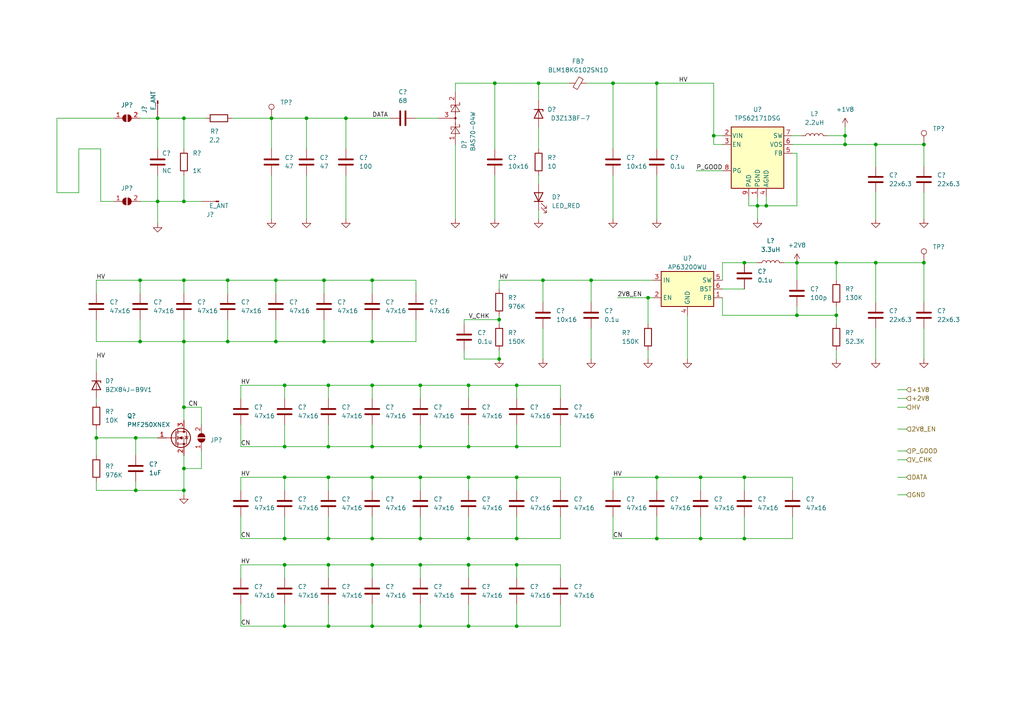
<source format=kicad_sch>
(kicad_sch (version 20221206) (generator eeschema)
  (paper "A4")
  (junction (at 190.5 138.43))
  (junction (at 121.92 181.61))
  (junction (at 53.34 135.89))
  (junction (at 219.71 59.69))
  (junction (at 45.72 58.42))
  (junction (at 144.78 92.71))
  (junction (at 93.98 99.06))
  (junction (at 149.86 138.43))
  (junction (at 53.34 142.24))
  (junction (at 78.74 34.29))
  (junction (at 203.2 138.43))
  (junction (at 144.78 104.14))
  (junction (at 107.95 111.76))
  (junction (at 149.86 129.54))
  (junction (at 107.95 99.06))
  (junction (at 82.55 111.76))
  (junction (at 107.95 156.21))
  (junction (at 222.25 59.69))
  (junction (at 66.04 81.28))
  (junction (at 82.55 156.21))
  (junction (at 121.92 163.83))
  (junction (at 107.95 163.83))
  (junction (at 40.64 81.28))
  (junction (at 156.21 24.13))
  (junction (at 157.48 81.28))
  (junction (at 215.9 156.21))
  (junction (at 107.95 138.43))
  (junction (at 245.11 41.91))
  (junction (at 93.98 81.28))
  (junction (at 135.89 156.21))
  (junction (at 95.25 181.61))
  (junction (at 149.86 111.76))
  (junction (at 95.25 156.21))
  (junction (at 53.34 34.29))
  (junction (at 171.45 81.28))
  (junction (at 207.01 39.37))
  (junction (at 190.5 156.21))
  (junction (at 242.57 91.44))
  (junction (at 107.95 181.61))
  (junction (at 215.9 138.43))
  (junction (at 53.34 118.11))
  (junction (at 149.86 163.83))
  (junction (at 254 41.91))
  (junction (at 135.89 129.54))
  (junction (at 88.9 34.29))
  (junction (at 135.89 163.83))
  (junction (at 267.97 76.2))
  (junction (at 149.86 181.61))
  (junction (at 27.94 127))
  (junction (at 242.57 76.2))
  (junction (at 267.97 41.91))
  (junction (at 82.55 163.83))
  (junction (at 190.5 24.13))
  (junction (at 177.8 24.13))
  (junction (at 107.95 81.28))
  (junction (at 80.01 81.28))
  (junction (at 135.89 138.43))
  (junction (at 121.92 111.76))
  (junction (at 53.34 81.28))
  (junction (at 121.92 138.43))
  (junction (at 121.92 129.54))
  (junction (at 40.64 99.06))
  (junction (at 95.25 138.43))
  (junction (at 39.37 127))
  (junction (at 231.14 91.44))
  (junction (at 149.86 156.21))
  (junction (at 100.33 34.29))
  (junction (at 231.14 76.2))
  (junction (at 82.55 129.54))
  (junction (at 254 76.2))
  (junction (at 203.2 156.21))
  (junction (at 135.89 111.76))
  (junction (at 215.9 76.2))
  (junction (at 143.51 24.13))
  (junction (at 95.25 163.83))
  (junction (at 95.25 129.54))
  (junction (at 45.72 34.29))
  (junction (at 95.25 111.76))
  (junction (at 82.55 181.61))
  (junction (at 121.92 156.21))
  (junction (at 187.96 86.36))
  (junction (at 107.95 129.54))
  (junction (at 53.34 99.06))
  (junction (at 80.01 99.06))
  (junction (at 82.55 138.43))
  (junction (at 53.34 58.42))
  (junction (at 245.11 39.37))
  (junction (at 135.89 181.61))
  (junction (at 39.37 142.24))
  (junction (at 66.04 99.06))
  (wire (pts (xy 82.55 181.61) (xy 95.25 181.61)))
  (wire (pts (xy 40.64 81.28) (xy 40.64 85.09)))
  (wire (pts (xy 53.34 99.06) (xy 53.34 118.11)))
  (wire (pts (xy 231.14 91.44) (xy 231.14 88.9)))
  (wire (pts (xy 157.48 95.25) (xy 157.48 104.14)))
  (wire (pts (xy 121.92 138.43) (xy 121.92 142.24)))
  (wire (pts (xy 80.01 81.28) (xy 93.98 81.28)))
  (wire (pts (xy 190.5 24.13) (xy 207.01 24.13)))
  (wire (pts (xy 53.34 135.89) (xy 53.34 132.08)))
  (wire (pts (xy 40.64 81.28) (xy 53.34 81.28)))
  (wire (pts (xy 207.01 39.37) (xy 207.01 41.91)))
  (wire (pts (xy 260.35 118.11) (xy 262.89 118.11)))
  (wire (pts (xy 162.56 149.86) (xy 162.56 156.21)))
  (wire (pts (xy 187.96 101.6) (xy 187.96 104.14)))
  (wire (pts (xy 45.72 34.29) (xy 53.34 34.29)))
  (wire (pts (xy 190.5 149.86) (xy 190.5 156.21)))
  (wire (pts (xy 144.78 81.28) (xy 157.48 81.28)))
  (wire (pts (xy 58.42 135.89) (xy 53.34 135.89)))
  (wire (pts (xy 267.97 87.63) (xy 267.97 76.2)))
  (wire (pts (xy 260.35 113.03) (xy 262.89 113.03)))
  (wire (pts (xy 209.55 83.82) (xy 215.9 83.82)))
  (wire (pts (xy 80.01 92.71) (xy 80.01 99.06)))
  (wire (pts (xy 135.89 149.86) (xy 135.89 156.21)))
  (wire (pts (xy 177.8 24.13) (xy 190.5 24.13)))
  (wire (pts (xy 207.01 24.13) (xy 207.01 39.37)))
  (wire (pts (xy 260.35 130.81) (xy 262.89 130.81)))
  (wire (pts (xy 162.56 138.43) (xy 162.56 142.24)))
  (wire (pts (xy 231.14 44.45) (xy 229.87 44.45)))
  (wire (pts (xy 222.25 59.69) (xy 231.14 59.69)))
  (wire (pts (xy 39.37 142.24) (xy 53.34 142.24)))
  (wire (pts (xy 58.42 130.81) (xy 58.42 135.89)))
  (wire (pts (xy 201.93 49.53) (xy 209.55 49.53)))
  (wire (pts (xy 82.55 163.83) (xy 95.25 163.83)))
  (wire (pts (xy 93.98 81.28) (xy 107.95 81.28)))
  (wire (pts (xy 190.5 50.8) (xy 190.5 63.5)))
  (wire (pts (xy 219.71 59.69) (xy 219.71 57.15)))
  (wire (pts (xy 53.34 34.29) (xy 59.69 34.29)))
  (wire (pts (xy 177.8 50.8) (xy 177.8 63.5)))
  (wire (pts (xy 135.89 111.76) (xy 149.86 111.76)))
  (wire (pts (xy 132.08 24.13) (xy 143.51 24.13)))
  (wire (pts (xy 157.48 81.28) (xy 171.45 81.28)))
  (wire (pts (xy 215.9 149.86) (xy 215.9 156.21)))
  (wire (pts (xy 107.95 81.28) (xy 107.95 85.09)))
  (wire (pts (xy 134.62 93.98) (xy 134.62 92.71)))
  (wire (pts (xy 260.35 143.51) (xy 262.89 143.51)))
  (wire (pts (xy 219.71 59.69) (xy 219.71 63.5)))
  (wire (pts (xy 190.5 138.43) (xy 203.2 138.43)))
  (wire (pts (xy 120.65 92.71) (xy 120.65 99.06)))
  (wire (pts (xy 53.34 43.18) (xy 53.34 34.29)))
  (wire (pts (xy 100.33 34.29) (xy 100.33 43.18)))
  (wire (pts (xy 177.8 24.13) (xy 177.8 43.18)))
  (wire (pts (xy 209.55 76.2) (xy 209.55 81.28)))
  (wire (pts (xy 69.85 142.24) (xy 69.85 138.43)))
  (wire (pts (xy 107.95 111.76) (xy 121.92 111.76)))
  (wire (pts (xy 45.72 58.42) (xy 45.72 64.77)))
  (wire (pts (xy 93.98 81.28) (xy 93.98 85.09)))
  (wire (pts (xy 267.97 48.26) (xy 267.97 41.91)))
  (wire (pts (xy 171.45 95.25) (xy 171.45 104.14)))
  (wire (pts (xy 231.14 76.2) (xy 242.57 76.2)))
  (wire (pts (xy 27.94 142.24) (xy 39.37 142.24)))
  (wire (pts (xy 58.42 123.19) (xy 58.42 118.11)))
  (wire (pts (xy 95.25 138.43) (xy 107.95 138.43)))
  (wire (pts (xy 215.9 76.2) (xy 209.55 76.2)))
  (wire (pts (xy 215.9 138.43) (xy 215.9 142.24)))
  (wire (pts (xy 95.25 111.76) (xy 95.25 115.57)))
  (wire (pts (xy 120.65 99.06) (xy 107.95 99.06)))
  (wire (pts (xy 217.17 59.69) (xy 219.71 59.69)))
  (wire (pts (xy 27.94 81.28) (xy 40.64 81.28)))
  (wire (pts (xy 260.35 133.35) (xy 262.89 133.35)))
  (wire (pts (xy 162.56 163.83) (xy 162.56 167.64)))
  (wire (pts (xy 143.51 24.13) (xy 156.21 24.13)))
  (wire (pts (xy 156.21 50.8) (xy 156.21 53.34)))
  (wire (pts (xy 207.01 39.37) (xy 209.55 39.37)))
  (wire (pts (xy 144.78 91.44) (xy 144.78 92.71)))
  (wire (pts (xy 58.42 118.11) (xy 53.34 118.11)))
  (wire (pts (xy 207.01 41.91) (xy 209.55 41.91)))
  (wire (pts (xy 88.9 34.29) (xy 88.9 43.18)))
  (wire (pts (xy 162.56 175.26) (xy 162.56 181.61)))
  (wire (pts (xy 149.86 111.76) (xy 162.56 111.76)))
  (wire (pts (xy 82.55 156.21) (xy 95.25 156.21)))
  (wire (pts (xy 143.51 50.8) (xy 143.51 63.5)))
  (wire (pts (xy 156.21 24.13) (xy 165.1 24.13)))
  (wire (pts (xy 40.64 92.71) (xy 40.64 99.06)))
  (wire (pts (xy 229.87 39.37) (xy 232.41 39.37)))
  (wire (pts (xy 27.94 85.09) (xy 27.94 81.28)))
  (wire (pts (xy 245.11 36.83) (xy 245.11 39.37)))
  (wire (pts (xy 107.95 81.28) (xy 120.65 81.28)))
  (wire (pts (xy 170.18 24.13) (xy 177.8 24.13)))
  (wire (pts (xy 95.25 163.83) (xy 95.25 167.64)))
  (wire (pts (xy 260.35 138.43) (xy 262.89 138.43)))
  (wire (pts (xy 162.56 111.76) (xy 162.56 115.57)))
  (wire (pts (xy 219.71 76.2) (xy 215.9 76.2)))
  (wire (pts (xy 121.92 175.26) (xy 121.92 181.61)))
  (wire (pts (xy 149.86 138.43) (xy 149.86 142.24)))
  (wire (pts (xy 121.92 123.19) (xy 121.92 129.54)))
  (wire (pts (xy 69.85 149.86) (xy 69.85 156.21)))
  (wire (pts (xy 217.17 59.69) (xy 217.17 57.15)))
  (wire (pts (xy 177.8 149.86) (xy 177.8 156.21)))
  (wire (pts (xy 227.33 76.2) (xy 231.14 76.2)))
  (wire (pts (xy 39.37 127) (xy 39.37 132.08)))
  (wire (pts (xy 22.86 55.88) (xy 22.86 43.18)))
  (wire (pts (xy 82.55 129.54) (xy 95.25 129.54)))
  (wire (pts (xy 53.34 58.42) (xy 45.72 58.42)))
  (wire (pts (xy 16.51 55.88) (xy 22.86 55.88)))
  (wire (pts (xy 58.42 58.42) (xy 53.34 58.42)))
  (wire (pts (xy 107.95 92.71) (xy 107.95 99.06)))
  (wire (pts (xy 29.21 58.42) (xy 33.02 58.42)))
  (wire (pts (xy 203.2 149.86) (xy 203.2 156.21)))
  (wire (pts (xy 39.37 139.7) (xy 39.37 142.24)))
  (wire (pts (xy 134.62 101.6) (xy 134.62 104.14)))
  (wire (pts (xy 27.94 104.14) (xy 27.94 107.95)))
  (wire (pts (xy 254 87.63) (xy 254 76.2)))
  (wire (pts (xy 187.96 86.36) (xy 187.96 93.98)))
  (wire (pts (xy 177.8 138.43) (xy 190.5 138.43)))
  (wire (pts (xy 82.55 111.76) (xy 82.55 115.57)))
  (wire (pts (xy 78.74 34.29) (xy 78.74 43.18)))
  (wire (pts (xy 135.89 138.43) (xy 135.89 142.24)))
  (wire (pts (xy 53.34 81.28) (xy 53.34 85.09)))
  (wire (pts (xy 69.85 156.21) (xy 82.55 156.21)))
  (wire (pts (xy 144.78 83.82) (xy 144.78 81.28)))
  (wire (pts (xy 69.85 163.83) (xy 82.55 163.83)))
  (wire (pts (xy 69.85 129.54) (xy 82.55 129.54)))
  (wire (pts (xy 53.34 142.24) (xy 53.34 135.89)))
  (wire (pts (xy 267.97 95.25) (xy 267.97 104.14)))
  (wire (pts (xy 107.95 129.54) (xy 121.92 129.54)))
  (wire (pts (xy 132.08 41.91) (xy 132.08 63.5)))
  (wire (pts (xy 53.34 50.8) (xy 53.34 58.42)))
  (wire (pts (xy 107.95 175.26) (xy 107.95 181.61)))
  (wire (pts (xy 53.34 92.71) (xy 53.34 99.06)))
  (wire (pts (xy 95.25 138.43) (xy 95.25 142.24)))
  (wire (pts (xy 149.86 111.76) (xy 149.86 115.57)))
  (wire (pts (xy 69.85 175.26) (xy 69.85 181.61)))
  (wire (pts (xy 203.2 138.43) (xy 215.9 138.43)))
  (wire (pts (xy 107.95 149.86) (xy 107.95 156.21)))
  (wire (pts (xy 229.87 138.43) (xy 229.87 142.24)))
  (wire (pts (xy 27.94 92.71) (xy 27.94 99.06)))
  (wire (pts (xy 80.01 81.28) (xy 80.01 85.09)))
  (wire (pts (xy 95.25 175.26) (xy 95.25 181.61)))
  (wire (pts (xy 95.25 129.54) (xy 107.95 129.54)))
  (wire (pts (xy 121.92 111.76) (xy 121.92 115.57)))
  (wire (pts (xy 95.25 149.86) (xy 95.25 156.21)))
  (wire (pts (xy 215.9 138.43) (xy 229.87 138.43)))
  (wire (pts (xy 40.64 34.29) (xy 45.72 34.29)))
  (wire (pts (xy 242.57 91.44) (xy 242.57 88.9)))
  (wire (pts (xy 144.78 101.6) (xy 144.78 104.14)))
  (wire (pts (xy 95.25 163.83) (xy 107.95 163.83)))
  (wire (pts (xy 134.62 92.71) (xy 144.78 92.71)))
  (wire (pts (xy 121.92 138.43) (xy 135.89 138.43)))
  (wire (pts (xy 88.9 34.29) (xy 100.33 34.29)))
  (wire (pts (xy 107.95 163.83) (xy 121.92 163.83)))
  (wire (pts (xy 29.21 43.18) (xy 29.21 58.42)))
  (wire (pts (xy 149.86 163.83) (xy 162.56 163.83)))
  (wire (pts (xy 88.9 50.8) (xy 88.9 63.5)))
  (wire (pts (xy 144.78 92.71) (xy 144.78 93.98)))
  (wire (pts (xy 209.55 86.36) (xy 209.55 91.44)))
  (wire (pts (xy 45.72 34.29) (xy 45.72 43.18)))
  (wire (pts (xy 156.21 60.96) (xy 156.21 63.5)))
  (wire (pts (xy 40.64 58.42) (xy 45.72 58.42)))
  (wire (pts (xy 135.89 163.83) (xy 135.89 167.64)))
  (wire (pts (xy 78.74 50.8) (xy 78.74 63.5)))
  (wire (pts (xy 135.89 123.19) (xy 135.89 129.54)))
  (wire (pts (xy 107.95 163.83) (xy 107.95 167.64)))
  (wire (pts (xy 135.89 163.83) (xy 149.86 163.83)))
  (wire (pts (xy 107.95 156.21) (xy 121.92 156.21)))
  (wire (pts (xy 27.94 124.46) (xy 27.94 127)))
  (wire (pts (xy 242.57 101.6) (xy 242.57 104.14)))
  (wire (pts (xy 149.86 138.43) (xy 162.56 138.43)))
  (wire (pts (xy 245.11 41.91) (xy 245.11 39.37)))
  (wire (pts (xy 254 76.2) (xy 242.57 76.2)))
  (wire (pts (xy 40.64 99.06) (xy 53.34 99.06)))
  (wire (pts (xy 245.11 41.91) (xy 254 41.91)))
  (wire (pts (xy 121.92 111.76) (xy 135.89 111.76)))
  (wire (pts (xy 16.51 34.29) (xy 33.02 34.29)))
  (wire (pts (xy 66.04 81.28) (xy 66.04 85.09)))
  (wire (pts (xy 69.85 115.57) (xy 69.85 111.76)))
  (wire (pts (xy 121.92 163.83) (xy 135.89 163.83)))
  (wire (pts (xy 27.94 139.7) (xy 27.94 142.24)))
  (wire (pts (xy 190.5 24.13) (xy 190.5 43.18)))
  (wire (pts (xy 95.25 111.76) (xy 107.95 111.76)))
  (wire (pts (xy 93.98 92.71) (xy 93.98 99.06)))
  (wire (pts (xy 143.51 24.13) (xy 143.51 43.18)))
  (wire (pts (xy 149.86 163.83) (xy 149.86 167.64)))
  (wire (pts (xy 267.97 41.91) (xy 254 41.91)))
  (wire (pts (xy 107.95 123.19) (xy 107.95 129.54)))
  (wire (pts (xy 267.97 76.2) (xy 254 76.2)))
  (wire (pts (xy 100.33 50.8) (xy 100.33 63.5)))
  (wire (pts (xy 222.25 59.69) (xy 222.25 57.15)))
  (wire (pts (xy 229.87 149.86) (xy 229.87 156.21)))
  (wire (pts (xy 135.89 181.61) (xy 149.86 181.61)))
  (wire (pts (xy 27.94 127) (xy 27.94 132.08)))
  (wire (pts (xy 27.94 99.06) (xy 40.64 99.06)))
  (wire (pts (xy 82.55 175.26) (xy 82.55 181.61)))
  (wire (pts (xy 45.72 58.42) (xy 45.72 50.8)))
  (wire (pts (xy 190.5 138.43) (xy 190.5 142.24)))
  (wire (pts (xy 242.57 76.2) (xy 242.57 81.28)))
  (wire (pts (xy 254 95.25) (xy 254 104.14)))
  (wire (pts (xy 135.89 111.76) (xy 135.89 115.57)))
  (wire (pts (xy 66.04 81.28) (xy 80.01 81.28)))
  (wire (pts (xy 171.45 81.28) (xy 171.45 87.63)))
  (wire (pts (xy 107.95 138.43) (xy 107.95 142.24)))
  (wire (pts (xy 53.34 118.11) (xy 53.34 121.92)))
  (wire (pts (xy 177.8 142.24) (xy 177.8 138.43)))
  (wire (pts (xy 66.04 99.06) (xy 80.01 99.06)))
  (wire (pts (xy 231.14 44.45) (xy 231.14 59.69)))
  (wire (pts (xy 82.55 111.76) (xy 95.25 111.76)))
  (wire (pts (xy 69.85 181.61) (xy 82.55 181.61)))
  (wire (pts (xy 162.56 181.61) (xy 149.86 181.61)))
  (wire (pts (xy 199.39 104.14) (xy 199.39 91.44)))
  (wire (pts (xy 260.35 115.57) (xy 262.89 115.57)))
  (wire (pts (xy 134.62 104.14) (xy 144.78 104.14)))
  (wire (pts (xy 187.96 86.36) (xy 189.23 86.36)))
  (wire (pts (xy 82.55 163.83) (xy 82.55 167.64)))
  (wire (pts (xy 254 48.26) (xy 254 41.91)))
  (wire (pts (xy 121.92 156.21) (xy 135.89 156.21)))
  (wire (pts (xy 267.97 55.88) (xy 267.97 63.5)))
  (wire (pts (xy 69.85 167.64) (xy 69.85 163.83)))
  (wire (pts (xy 157.48 87.63) (xy 157.48 81.28)))
  (wire (pts (xy 93.98 99.06) (xy 107.95 99.06)))
  (wire (pts (xy 95.25 123.19) (xy 95.25 129.54)))
  (wire (pts (xy 231.14 91.44) (xy 242.57 91.44)))
  (wire (pts (xy 95.25 156.21) (xy 107.95 156.21)))
  (wire (pts (xy 135.89 156.21) (xy 149.86 156.21)))
  (wire (pts (xy 53.34 81.28) (xy 66.04 81.28)))
  (wire (pts (xy 162.56 129.54) (xy 149.86 129.54)))
  (wire (pts (xy 254 55.88) (xy 254 63.5)))
  (wire (pts (xy 209.55 91.44) (xy 231.14 91.44)))
  (wire (pts (xy 149.86 175.26) (xy 149.86 181.61)))
  (wire (pts (xy 78.74 34.29) (xy 88.9 34.29)))
  (wire (pts (xy 80.01 99.06) (xy 93.98 99.06)))
  (wire (pts (xy 53.34 143.51) (xy 53.34 142.24)))
  (wire (pts (xy 229.87 41.91) (xy 245.11 41.91)))
  (wire (pts (xy 179.07 86.36) (xy 187.96 86.36)))
  (wire (pts (xy 260.35 124.46) (xy 262.89 124.46)))
  (wire (pts (xy 231.14 76.2) (xy 231.14 81.28)))
  (wire (pts (xy 245.11 39.37) (xy 240.03 39.37)))
  (wire (pts (xy 120.65 81.28) (xy 120.65 85.09)))
  (wire (pts (xy 149.86 123.19) (xy 149.86 129.54)))
  (wire (pts (xy 135.89 138.43) (xy 149.86 138.43)))
  (wire (pts (xy 69.85 138.43) (xy 82.55 138.43)))
  (wire (pts (xy 120.65 34.29) (xy 127 34.29)))
  (wire (pts (xy 69.85 111.76) (xy 82.55 111.76)))
  (wire (pts (xy 95.25 181.61) (xy 107.95 181.61)))
  (wire (pts (xy 39.37 127) (xy 45.72 127)))
  (wire (pts (xy 66.04 92.71) (xy 66.04 99.06)))
  (wire (pts (xy 82.55 123.19) (xy 82.55 129.54)))
  (wire (pts (xy 162.56 156.21) (xy 149.86 156.21)))
  (wire (pts (xy 177.8 156.21) (xy 190.5 156.21)))
  (wire (pts (xy 132.08 26.67) (xy 132.08 24.13)))
  (wire (pts (xy 203.2 138.43) (xy 203.2 142.24)))
  (wire (pts (xy 135.89 129.54) (xy 149.86 129.54)))
  (wire (pts (xy 16.51 34.29) (xy 16.51 55.88)))
  (wire (pts (xy 82.55 138.43) (xy 95.25 138.43)))
  (wire (pts (xy 22.86 43.18) (xy 29.21 43.18)))
  (wire (pts (xy 82.55 138.43) (xy 82.55 142.24)))
  (wire (pts (xy 135.89 175.26) (xy 135.89 181.61)))
  (wire (pts (xy 107.95 181.61) (xy 121.92 181.61)))
  (wire (pts (xy 162.56 123.19) (xy 162.56 129.54)))
  (wire (pts (xy 242.57 93.98) (xy 242.57 91.44)))
  (wire (pts (xy 27.94 115.57) (xy 27.94 116.84)))
  (wire (pts (xy 149.86 149.86) (xy 149.86 156.21)))
  (wire (pts (xy 219.71 59.69) (xy 222.25 59.69)))
  (wire (pts (xy 100.33 34.29) (xy 113.03 34.29)))
  (wire (pts (xy 121.92 149.86) (xy 121.92 156.21)))
  (wire (pts (xy 78.74 34.29) (xy 67.31 34.29)))
  (wire (pts (xy 156.21 36.83) (xy 156.21 43.18)))
  (wire (pts (xy 121.92 181.61) (xy 135.89 181.61)))
  (wire (pts (xy 27.94 127) (xy 39.37 127)))
  (wire (pts (xy 190.5 156.21) (xy 203.2 156.21)))
  (wire (pts (xy 171.45 81.28) (xy 189.23 81.28)))
  (wire (pts (xy 156.21 24.13) (xy 156.21 29.21)))
  (wire (pts (xy 107.95 138.43) (xy 121.92 138.43)))
  (wire (pts (xy 215.9 156.21) (xy 229.87 156.21)))
  (wire (pts (xy 121.92 163.83) (xy 121.92 167.64)))
  (wire (pts (xy 82.55 149.86) (xy 82.55 156.21)))
  (wire (pts (xy 69.85 123.19) (xy 69.85 129.54)))
  (wire (pts (xy 107.95 111.76) (xy 107.95 115.57)))
  (wire (pts (xy 121.92 129.54) (xy 135.89 129.54)))
  (wire (pts (xy 53.34 99.06) (xy 66.04 99.06)))
  (wire (pts (xy 203.2 156.21) (xy 215.9 156.21)))
  (label "HV" (at 69.85 163.83 0))
  (label "2V8_EN" (at 179.07 86.36 0))
  (label "HV" (at 69.85 111.76 0))
  (label "HV" (at 27.94 104.14 0))
  (label "CN" (at 69.85 129.54 0))
  (label "P_GOOD" (at 201.93 49.53 0))
  (label "CN" (at 69.85 156.21 0))
  (label "CN" (at 69.85 181.61 0))
  (label "HV" (at 27.94 81.28 0))
  (label "HV" (at 144.78 81.28 0))
  (label "CN" (at 177.8 156.21 0))
  (label "CN" (at 54.61 118.11 0))
  (label "DATA" (at 107.95 34.29 0))
  (label "HV" (at 196.85 24.13 0))
  (label "V_CHK" (at 135.89 92.71 0))
  (label "HV" (at 69.85 138.43 0))
  (label "HV" (at 177.8 138.43 0))
  (hierarchical_label "V_CHK" (shape input) (at 262.89 133.35 0))
  (hierarchical_label "P_GOOD" (shape input) (at 262.89 130.81 0))
  (hierarchical_label "HV" (shape input) (at 262.89 118.11 0))
  (hierarchical_label "2V8_EN" (shape input) (at 262.89 124.46 0))
  (hierarchical_label "+2V8" (shape input) (at 262.89 115.57 0))
  (hierarchical_label "DATA" (shape input) (at 262.89 138.43 0))
  (hierarchical_label "GND" (shape input) (at 262.89 143.51 0))
  (hierarchical_label "+1V8" (shape input) (at 262.89 113.03 0))
  (symbol (lib_id "Device:C") (at 120.65 88.9 180) (unit 1)
    (property "Reference" "C?" (at 124.46 87.6299 0) (effects (justify right)))
    (property "Value" "47x16" (at 124.46 90.1699 0) (effects (justify right)))
    (property "Footprint" "Capacitor_SMD:C_1210_3225Metric" (effects hide))
    (instances (project "Kampela" (path "" (reference "C?") (unit 1))) (project "Kampela_C1" (path "" (reference "C19") (unit 1))))
  )
  (symbol (lib_id "Device:C") (at 121.92 146.05 180) (unit 1)
    (property "Reference" "C?" (at 125.73 144.7799 0) (effects (justify right)))
    (property "Value" "47x16" (at 125.73 147.3199 0) (effects (justify right)))
    (property "Footprint" "Capacitor_SMD:C_1210_3225Metric" (effects hide))
    (instances (project "Kampela" (path "" (reference "C?") (unit 1))) (project "Kampela_C1" (path "" (reference "C70") (unit 1))))
  )
  (symbol (lib_id "Connector:TestPoint") (at 267.97 41.91 0) (unit 1)
    (property "Reference" "TP?" (at 270.51 37.3379 0) (effects (justify left)))
    (property "Value" "TestPoint" (effects hide))
    (property "Footprint" "TestPoint:TestPoint_Pad_D1.0mm" (effects hide))
    (instances (project "Kampela" (path "" (reference "TP?") (unit 1))) (project "Kampela_C1" (path "" (reference "TP2") (unit 1))))
  )
  (symbol (lib_id "Device:R") (at 53.34 46.99 180) (unit 1)
    (property "Reference" "R?" (at 57.15 44.45 0))
    (property "Value" "1K" (at 57.15 49.53 0))
    (property "Footprint" "Resistor_SMD:R_0603_1608Metric" (effects hide))
    (instances (project "Kampela" (path "" (reference "R?") (unit 1))) (project "Kampela_C1" (path "" (reference "R9") (unit 1))))
  )
  (symbol (lib_id "Jumper:SolderJumper_2_Open") (at 36.83 34.29 0) (unit 1)
    (property "Reference" "JP?" (at 36.83 30.48 0))
    (property "Value" "SolderJumper_2_Open" (effects hide))
    (property "Footprint" "Jumper:SolderJumper-2_P1.3mm_Open_RoundedPad1.0x1.5mm" (effects hide))
    (instances (project "Kampela" (path "" (reference "JP?") (unit 1))) (project "Kampela_C1" (path "" (reference "JP1") (unit 1))))
  )
  (symbol (lib_id "power:GND") (at 187.96 104.14 0) (unit 1)
    (property "Reference" "#PWR?" (effects hide))
    (property "Value" "GND" (effects hide))
    (instances (project "Kampela" (path "" (reference "#PWR?") (unit 1))) (project "Kampela_C1" (path "" (reference "#PWR034") (unit 1))))
  )
  (symbol (lib_id "power:GND") (at 53.34 143.51 0) (mirror y) (unit 1)
    (property "Reference" "#PWR?" (effects hide))
    (property "Value" "GND" (effects hide))
    (instances (project "Kampela" (path "" (reference "#PWR?") (unit 1))) (project "Kampela_C1" (path "" (reference "#PWR023") (unit 1))))
  )
  (symbol (lib_id "power:GND") (at 219.71 63.5 0) (unit 1)
    (property "Reference" "#PWR?" (effects hide))
    (property "Value" "GND" (effects hide))
    (instances (project "Kampela" (path "" (reference "#PWR?") (unit 1))) (project "Kampela_C1" (path "" (reference "#PWR037") (unit 1))))
  )
  (symbol (lib_id "power:GND") (at 45.72 64.77 0) (unit 1)
    (property "Reference" "#PWR?" (effects hide))
    (property "Value" "GND" (effects hide))
    (instances (project "Kampela" (path "" (reference "#PWR?") (unit 1))) (project "Kampela_C1" (path "" (reference "#PWR022") (unit 1))))
  )
  (symbol (lib_id "Device:C") (at 135.89 171.45 180) (unit 1)
    (property "Reference" "C?" (at 139.7 170.1799 0) (effects (justify right)))
    (property "Value" "47x16" (at 139.7 172.7199 0) (effects (justify right)))
    (property "Footprint" "Capacitor_SMD:C_1210_3225Metric" (effects hide))
    (instances (project "Kampela" (path "" (reference "C?") (unit 1))) (project "Kampela_C1" (path "" (reference "C79") (unit 1))))
  )
  (symbol (lib_id "Device:L") (at 223.52 76.2 90) (unit 1)
    (property "Reference" "L?" (at 223.52 69.85 90))
    (property "Value" "3.3uH" (at 223.52 72.39 90))
    (property "Footprint" "Inductor_SMD:L_Wuerth_MAPI-3015" (effects hide))
    (instances (project "Kampela" (path "" (reference "L?") (unit 1))) (project "Kampela_C1" (path "" (reference "L1") (unit 1))))
  )
  (symbol (lib_id "power:GND") (at 88.9 63.5 0) (unit 1)
    (property "Reference" "#PWR?" (effects hide))
    (property "Value" "GND" (effects hide))
    (instances (project "Kampela" (path "" (reference "#PWR?") (unit 1))) (project "Kampela_C1" (path "" (reference "#PWR025") (unit 1))))
  )
  (symbol (lib_id "Regulator_Switching:TPS62171DSG") (at 219.71 46.99 0) (unit 1)
    (property "Reference" "U?" (at 219.71 31.75 0))
    (property "Value" "TPS62171DSG" (at 219.71 34.29 0))
    (property "Footprint" "Package_SON:WSON-8-1EP_2x2mm_P0.5mm_EP0.9x1.6mm_ThermalVias" (effects hide))
    (property "Datasheet" "http://www.ti.com/lit/ds/symlink/tps62170.pdf" (effects hide))
    (instances (project "Kampela" (path "" (reference "U?") (unit 1))) (project "Kampela_C1" (path "" (reference "U3") (unit 1))))
  )
  (symbol (lib_id "Device:C") (at 134.62 97.79 0) (unit 1)
    (property "Reference" "C?" (at 138.43 96.5199 0) (effects (justify left)))
    (property "Value" "0.1u" (at 138.43 99.0599 0) (effects (justify left)))
    (property "Footprint" "Capacitor_SMD:C_0402_1005Metric" (effects hide))
    (instances (project "Kampela" (path "" (reference "C?") (unit 1))) (project "Kampela_C1" (path "" (reference "C20") (unit 1))))
  )
  (symbol (lib_id "Device:C") (at 82.55 171.45 180) (unit 1)
    (property "Reference" "C?" (at 86.36 170.1799 0) (effects (justify right)))
    (property "Value" "47x16" (at 86.36 172.7199 0) (effects (justify right)))
    (property "Footprint" "Capacitor_SMD:C_1210_3225Metric" (effects hide))
    (instances (project "Kampela" (path "" (reference "C?") (unit 1))) (project "Kampela_C1" (path "" (reference "C75") (unit 1))))
  )
  (symbol (lib_id "Device:R") (at 156.21 46.99 0) (unit 1)
    (property "Reference" "R?" (at 158.75 45.7199 0) (effects (justify left)))
    (property "Value" "10" (at 158.75 48.2599 0) (effects (justify left)))
    (property "Footprint" "Resistor_SMD:R_0402_1005Metric" (effects hide))
    (instances (project "Kampela" (path "" (reference "R?") (unit 1))) (project "Kampela_C1" (path "" (reference "R13") (unit 1))))
  )
  (symbol (lib_id "Device:C") (at 254 52.07 180) (unit 1)
    (property "Reference" "C?" (at 257.81 50.7999 0) (effects (justify right)))
    (property "Value" "22x6.3" (at 257.81 53.3399 0) (effects (justify right)))
    (property "Footprint" "Capacitor_SMD:C_0603_1608Metric" (effects hide))
    (instances (project "Kampela" (path "" (reference "C?") (unit 1))) (project "Kampela_C1" (path "" (reference "C28") (unit 1))))
  )
  (symbol (lib_id "Device:C") (at 231.14 85.09 0) (unit 1)
    (property "Reference" "C?" (at 234.95 83.8199 0) (effects (justify left)))
    (property "Value" "100p" (at 234.95 86.3599 0) (effects (justify left)))
    (property "Footprint" "Capacitor_SMD:C_0402_1005Metric" (effects hide))
    (instances (project "Kampela" (path "" (reference "C?") (unit 1))) (project "Kampela_C1" (path "" (reference "C27") (unit 1))))
  )
  (symbol (lib_id "Device:C") (at 203.2 146.05 180) (unit 1)
    (property "Reference" "C?" (at 207.01 144.7799 0) (effects (justify right)))
    (property "Value" "47x16" (at 207.01 147.3199 0) (effects (justify right)))
    (property "Footprint" "Capacitor_SMD:C_1210_3225Metric" (effects hide))
    (instances (project "Kampela" (path "" (reference "C?") (unit 1))) (project "Kampela_C1" (path "" (reference "C84") (unit 1))))
  )
  (symbol (lib_id "Device:C") (at 95.25 146.05 180) (unit 1)
    (property "Reference" "C?" (at 99.06 144.7799 0) (effects (justify right)))
    (property "Value" "47x16" (at 99.06 147.3199 0) (effects (justify right)))
    (property "Footprint" "Capacitor_SMD:C_1210_3225Metric" (effects hide))
    (instances (project "Kampela" (path "" (reference "C?") (unit 1))) (project "Kampela_C1" (path "" (reference "C68") (unit 1))))
  )
  (symbol (lib_id "power:GND") (at 132.08 63.5 0) (unit 1)
    (property "Reference" "#PWR?" (effects hide))
    (property "Value" "GND" (effects hide))
    (instances (project "Kampela" (path "" (reference "#PWR?") (unit 1))) (project "Kampela_C1" (path "" (reference "#PWR027") (unit 1))))
  )
  (symbol (lib_id "Device:C") (at 162.56 171.45 180) (unit 1)
    (property "Reference" "C?" (at 166.37 170.1799 0) (effects (justify right)))
    (property "Value" "47x16" (at 166.37 172.7199 0) (effects (justify right)))
    (property "Footprint" "Capacitor_SMD:C_1210_3225Metric" (effects hide))
    (instances (project "Kampela" (path "" (reference "C?") (unit 1))) (project "Kampela_C1" (path "" (reference "C81") (unit 1))))
  )
  (symbol (lib_id "Device:R") (at 27.94 120.65 0) (unit 1)
    (property "Reference" "R?" (at 30.48 119.3799 0) (effects (justify left)))
    (property "Value" "10K" (at 30.48 121.9199 0) (effects (justify left)))
    (property "Footprint" "Resistor_SMD:R_0402_1005Metric" (effects hide))
    (instances (project "Kampela" (path "" (reference "R?") (unit 1))) (project "Kampela_C1" (path "" (reference "R7") (unit 1))))
  )
  (symbol (lib_id "Device:C") (at 177.8 146.05 180) (unit 1)
    (property "Reference" "C?" (at 181.61 144.7799 0) (effects (justify right)))
    (property "Value" "47x16" (at 181.61 147.3199 0) (effects (justify right)))
    (property "Footprint" "Capacitor_SMD:C_1210_3225Metric" (effects hide))
    (instances (project "Kampela" (path "" (reference "C?") (unit 1))) (project "Kampela_C1" (path "" (reference "C82") (unit 1))))
  )
  (symbol (lib_id "Device:C") (at 267.97 91.44 180) (unit 1)
    (property "Reference" "C?" (at 271.78 90.1699 0) (effects (justify right)))
    (property "Value" "22x6.3" (at 271.78 92.7099 0) (effects (justify right)))
    (property "Footprint" "Capacitor_SMD:C_0603_1608Metric" (effects hide))
    (instances (project "Kampela" (path "" (reference "C?") (unit 1))) (project "Kampela_C1" (path "" (reference "C31") (unit 1))))
  )
  (symbol (lib_id "Device:C") (at 107.95 88.9 180) (unit 1)
    (property "Reference" "C?" (at 111.76 87.6299 0) (effects (justify right)))
    (property "Value" "47x16" (at 111.76 90.1699 0) (effects (justify right)))
    (property "Footprint" "Capacitor_SMD:C_1210_3225Metric" (effects hide))
    (instances (project "Kampela" (path "" (reference "C?") (unit 1))) (project "Kampela_C1" (path "" (reference "C17") (unit 1))))
  )
  (symbol (lib_id "Device:C") (at 45.72 46.99 0) (unit 1)
    (property "Reference" "C?" (at 46.99 44.45 0) (effects (justify left)))
    (property "Value" "NC" (at 46.99 49.53 0) (effects (justify left)))
    (property "Footprint" "Capacitor_SMD:C_0603_1608Metric" (effects hide))
    (instances (project "Kampela" (path "" (reference "C?") (unit 1))) (project "Kampela_C1" (path "" (reference "C9") (unit 1))))
  )
  (symbol (lib_id "Device:C") (at 82.55 146.05 180) (unit 1)
    (property "Reference" "C?" (at 86.36 144.7799 0) (effects (justify right)))
    (property "Value" "47x16" (at 86.36 147.3199 0) (effects (justify right)))
    (property "Footprint" "Capacitor_SMD:C_1210_3225Metric" (effects hide))
    (instances (project "Kampela" (path "" (reference "C?") (unit 1))) (project "Kampela_C1" (path "" (reference "C67") (unit 1))))
  )
  (symbol (lib_id "power:+2V8") (at 231.14 76.2 0) (unit 1)
    (property "Reference" "#PWR?" (effects hide))
    (property "Value" "+2V8" (at 231.14 71.12 0))
    (instances (project "Kampela" (path "" (reference "#PWR?") (unit 1))) (project "Kampela_C1" (path "" (reference "#PWR038") (unit 1))))
  )
  (symbol (lib_id "Device:C") (at 121.92 119.38 180) (unit 1)
    (property "Reference" "C?" (at 125.73 118.1099 0) (effects (justify right)))
    (property "Value" "47x16" (at 125.73 120.6499 0) (effects (justify right)))
    (property "Footprint" "Capacitor_SMD:C_1210_3225Metric" (effects hide))
    (instances (project "Kampela" (path "" (reference "C?") (unit 1))) (project "Kampela_C1" (path "" (reference "C62") (unit 1))))
  )
  (symbol (lib_id "Device:D_Zener") (at 156.21 33.02 270) (unit 1)
    (property "Reference" "D?" (at 158.75 31.7499 90) (effects (justify left)))
    (property "Value" " D3Z13BF-7" (at 158.75 34.2899 90) (effects (justify left)))
    (property "Footprint" "Diode_SMD:D_SOD-323F" (effects hide))
    (instances (project "Kampela" (path "" (reference "D?") (unit 1))) (project "Kampela_C1" (path "" (reference "D5") (unit 1))))
  )
  (symbol (lib_id "Device:R") (at 187.96 97.79 180) (unit 1)
    (property "Reference" "R?" (at 181.61 96.52 0))
    (property "Value" "150K" (at 182.88 99.06 0))
    (property "Footprint" "Resistor_SMD:R_0402_1005Metric" (effects hide))
    (instances (project "Kampela" (path "" (reference "R?") (unit 1))) (project "Kampela_C1" (path "" (reference "R?") (unit 1)) (path "" (reference "R14") (unit 1))))
  )
  (symbol (lib_id "Device:C") (at 100.33 46.99 0) (unit 1)
    (property "Reference" "C?" (at 104.14 45.7199 0) (effects (justify left)))
    (property "Value" "100" (at 104.14 48.2599 0) (effects (justify left)))
    (property "Footprint" "Capacitor_SMD:C_0603_1608Metric" (effects hide))
    (instances (project "Kampela" (path "" (reference "C?") (unit 1))) (project "Kampela_C1" (path "" (reference "C16") (unit 1))))
  )
  (symbol (lib_id "Device:D_Zener") (at 27.94 111.76 270) (unit 1)
    (property "Reference" "D?" (at 30.48 110.4899 90) (effects (justify left)))
    (property "Value" "BZX84J-B9V1" (at 30.48 113.0299 90) (effects (justify left)))
    (property "Footprint" "Diode_SMD:D_SOD-323F" (effects hide))
    (instances (project "Kampela" (path "" (reference "D?") (unit 1))) (project "Kampela_C1" (path "" (reference "D3") (unit 1))))
  )
  (symbol (lib_id "power:GND") (at 254 63.5 0) (unit 1)
    (property "Reference" "#PWR?" (effects hide))
    (property "Value" "GND" (effects hide))
    (instances (project "Kampela" (path "" (reference "#PWR?") (unit 1))) (project "Kampela_C1" (path "" (reference "#PWR041") (unit 1))))
  )
  (symbol (lib_id "Device:C") (at 69.85 146.05 180) (unit 1)
    (property "Reference" "C?" (at 73.66 144.7799 0) (effects (justify right)))
    (property "Value" "47x16" (at 73.66 147.3199 0) (effects (justify right)))
    (property "Footprint" "Capacitor_SMD:C_1210_3225Metric" (effects hide))
    (instances (project "Kampela" (path "" (reference "C?") (unit 1))) (project "Kampela_C1" (path "" (reference "C66") (unit 1))))
  )
  (symbol (lib_id "Device:C") (at 107.95 171.45 180) (unit 1)
    (property "Reference" "C?" (at 111.76 170.1799 0) (effects (justify right)))
    (property "Value" "47x16" (at 111.76 172.7199 0) (effects (justify right)))
    (property "Footprint" "Capacitor_SMD:C_1210_3225Metric" (effects hide))
    (instances (project "Kampela" (path "" (reference "C?") (unit 1))) (project "Kampela_C1" (path "" (reference "C77") (unit 1))))
  )
  (symbol (lib_id "power:GND") (at 171.45 104.14 0) (unit 1)
    (property "Reference" "#PWR?" (effects hide))
    (property "Value" "GND" (effects hide))
    (instances (project "Kampela" (path "" (reference "#PWR?") (unit 1))) (project "Kampela_C1" (path "" (reference "#PWR032") (unit 1))))
  )
  (symbol (lib_id "Device:C") (at 69.85 119.38 180) (unit 1)
    (property "Reference" "C?" (at 73.66 118.1099 0) (effects (justify right)))
    (property "Value" "47x16" (at 73.66 120.6499 0) (effects (justify right)))
    (property "Footprint" "Capacitor_SMD:C_1210_3225Metric" (effects hide))
    (instances (project "Kampela" (path "" (reference "C?") (unit 1))) (project "Kampela_C1" (path "" (reference "C58") (unit 1))))
  )
  (symbol (lib_id "Device:R") (at 242.57 97.79 0) (unit 1)
    (property "Reference" "R?" (at 245.11 96.5199 0) (effects (justify left)))
    (property "Value" "52.3K" (at 245.11 99.0599 0) (effects (justify left)))
    (property "Footprint" "Resistor_SMD:R_0402_1005Metric" (effects hide))
    (instances (project "Kampela" (path "" (reference "R?") (unit 1))) (project "Kampela_C1" (path "" (reference "R16") (unit 1))))
  )
  (symbol (lib_id "power:GND") (at 143.51 63.5 0) (unit 1)
    (property "Reference" "#PWR?" (effects hide))
    (property "Value" "GND" (effects hide))
    (instances (project "Kampela" (path "" (reference "#PWR?") (unit 1))) (project "Kampela_C1" (path "" (reference "#PWR028") (unit 1))))
  )
  (symbol (lib_id "Device:R") (at 63.5 34.29 90) (unit 1)
    (property "Reference" "R?" (at 62.23 38.1 90))
    (property "Value" "2.2" (at 62.23 40.64 90))
    (property "Footprint" "Resistor_SMD:R_0603_1608Metric" (effects hide))
    (instances (project "Kampela" (path "" (reference "R?") (unit 1))) (project "Kampela_C1" (path "" (reference "R10") (unit 1))))
  )
  (symbol (lib_id "Device:C") (at 157.48 91.44 180) (unit 1)
    (property "Reference" "C?" (at 161.29 90.1699 0) (effects (justify right)))
    (property "Value" "10x16" (at 161.29 92.7099 0) (effects (justify right)))
    (property "Footprint" "Capacitor_SMD:C_0603_1608Metric" (effects hide))
    (instances (project "Kampela" (path "" (reference "C?") (unit 1))) (project "Kampela_C1" (path "" (reference "C22") (unit 1))))
  )
  (symbol (lib_id "Device:LED") (at 156.21 57.15 90) (unit 1)
    (property "Reference" "D?" (at 160.02 57.15 90) (effects (justify right)))
    (property "Value" "LED_RED" (at 160.02 59.69 90) (effects (justify right)))
    (property "Footprint" "LED_SMD:LED_0603_1608Metric" (effects hide))
    (instances (project "Kampela" (path "" (reference "D?") (unit 1))) (project "Kampela_C1" (path "" (reference "D6") (unit 1))))
  )
  (symbol (lib_id "Connector:TestPoint") (at 78.74 34.29 0) (unit 1)
    (property "Reference" "TP?" (at 81.28 29.7179 0) (effects (justify left)))
    (property "Value" "TestPoint" (effects hide))
    (property "Footprint" "TestPoint:TestPoint_Pad_D1.0mm" (effects hide))
    (instances (project "Kampela" (path "" (reference "TP?") (unit 1))) (project "Kampela_C1" (path "" (reference "TP1") (unit 1))))
  )
  (symbol (lib_id "Device:C") (at 171.45 91.44 0) (unit 1)
    (property "Reference" "C?" (at 175.26 90.1699 0) (effects (justify left)))
    (property "Value" "0.1u" (at 175.26 92.7099 0) (effects (justify left)))
    (property "Footprint" "Capacitor_SMD:C_0402_1005Metric" (effects hide))
    (instances (project "Kampela" (path "" (reference "C?") (unit 1))) (project "Kampela_C1" (path "" (reference "C23") (unit 1))))
  )
  (symbol (lib_id "Device:C") (at 149.86 146.05 180) (unit 1)
    (property "Reference" "C?" (at 153.67 144.7799 0) (effects (justify right)))
    (property "Value" "47x16" (at 153.67 147.3199 0) (effects (justify right)))
    (property "Footprint" "Capacitor_SMD:C_1210_3225Metric" (effects hide))
    (instances (project "Kampela" (path "" (reference "C?") (unit 1))) (project "Kampela_C1" (path "" (reference "C72") (unit 1))))
  )
  (symbol (lib_id "Device:Q_NMOS_GSD") (at 50.8 127 0) (unit 1)
    (property "Reference" "Q?" (at 36.83 120.65 0) (effects (justify left)))
    (property "Value" "PMF250XNEX" (at 36.83 123.19 0) (effects (justify left)))
    (property "Footprint" "Package_TO_SOT_SMD:SOT-323_SC-70" (effects hide))
    (instances (project "Kampela" (path "" (reference "Q?") (unit 1))) (project "Kampela_C1" (path "" (reference "Q1") (unit 1))))
  )
  (symbol (lib_id "Device:C") (at 143.51 46.99 180) (unit 1)
    (property "Reference" "C?" (at 147.32 45.7199 0) (effects (justify right)))
    (property "Value" "10x16" (at 147.32 48.2599 0) (effects (justify right)))
    (property "Footprint" "Capacitor_SMD:C_0603_1608Metric" (effects hide))
    (instances (project "Kampela" (path "" (reference "C?") (unit 1))) (project "Kampela_C1" (path "" (reference "C21") (unit 1))))
  )
  (symbol (lib_id "power:GND") (at 177.8 63.5 0) (unit 1)
    (property "Reference" "#PWR?" (effects hide))
    (property "Value" "GND" (effects hide))
    (instances (project "Kampela" (path "" (reference "#PWR?") (unit 1))) (project "Kampela_C1" (path "" (reference "#PWR033") (unit 1))))
  )
  (symbol (lib_id "Diode:BAT54SW") (at 132.08 34.29 270) (mirror x) (unit 1)
    (property "Reference" "D?" (at 134.62 41.91 0))
    (property "Value" "BAS70-04W" (at 137.16 38.1 0))
    (property "Footprint" "Package_TO_SOT_SMD:SOT-323_SC-70" (effects hide))
    (property "Datasheet" "https://assets.nexperia.com/documents/data-sheet/BAT54W_SER.pdf" (effects hide))
    (instances (project "Kampela" (path "" (reference "D?") (unit 1))) (project "Kampela_C1" (path "" (reference "D4") (unit 1))))
  )
  (symbol (lib_id "Connector:TestPoint") (at 267.97 76.2 0) (unit 1)
    (property "Reference" "TP?" (at 270.51 71.6279 0) (effects (justify left)))
    (property "Value" "TestPoint" (effects hide))
    (property "Footprint" "TestPoint:TestPoint_Pad_D1.0mm" (effects hide))
    (instances (project "Kampela" (path "" (reference "TP?") (unit 1))) (project "Kampela_C1" (path "" (reference "TP3") (unit 1))))
  )
  (symbol (lib_id "Device:C") (at 135.89 146.05 180) (unit 1)
    (property "Reference" "C?" (at 139.7 144.7799 0) (effects (justify right)))
    (property "Value" "47x16" (at 139.7 147.3199 0) (effects (justify right)))
    (property "Footprint" "Capacitor_SMD:C_1210_3225Metric" (effects hide))
    (instances (project "Kampela" (path "" (reference "C?") (unit 1))) (project "Kampela_C1" (path "" (reference "C71") (unit 1))))
  )
  (symbol (lib_id "Device:C") (at 190.5 46.99 0) (unit 1)
    (property "Reference" "C?" (at 194.31 45.7199 0) (effects (justify left)))
    (property "Value" "0.1u" (at 194.31 48.2599 0) (effects (justify left)))
    (property "Footprint" "Capacitor_SMD:C_0402_1005Metric" (effects hide))
    (instances (project "Kampela" (path "" (reference "C?") (unit 1))) (project "Kampela_C1" (path "" (reference "C25") (unit 1))))
  )
  (symbol (lib_id "Device:C") (at 149.86 171.45 180) (unit 1)
    (property "Reference" "C?" (at 153.67 170.1799 0) (effects (justify right)))
    (property "Value" "47x16" (at 153.67 172.7199 0) (effects (justify right)))
    (property "Footprint" "Capacitor_SMD:C_1210_3225Metric" (effects hide))
    (instances (project "Kampela" (path "" (reference "C?") (unit 1))) (project "Kampela_C1" (path "" (reference "C80") (unit 1))))
  )
  (symbol (lib_id "Connector:Conn_01x01_Male") (at 45.72 29.21 90) (mirror x) (unit 1)
    (property "Reference" "J?" (at 41.91 31.75 0))
    (property "Value" "E_ANT" (at 44.45 29.21 0))
    (property "Footprint" "MyLib:TestPoint_Pad_2.4x3.5mm" (effects hide))
    (instances (project "Kampela" (path "" (reference "J?") (unit 1))) (project "Kampela_C1" (path "" (reference "J1") (unit 1))))
  )
  (symbol (lib_id "Device:C") (at 82.55 119.38 180) (unit 1)
    (property "Reference" "C?" (at 86.36 118.1099 0) (effects (justify right)))
    (property "Value" "47x16" (at 86.36 120.6499 0) (effects (justify right)))
    (property "Footprint" "Capacitor_SMD:C_1210_3225Metric" (effects hide))
    (instances (project "Kampela" (path "" (reference "C?") (unit 1))) (project "Kampela_C1" (path "" (reference "C59") (unit 1))))
  )
  (symbol (lib_id "Device:C") (at 267.97 52.07 180) (unit 1)
    (property "Reference" "C?" (at 271.78 50.7999 0) (effects (justify right)))
    (property "Value" "22x6.3" (at 271.78 53.3399 0) (effects (justify right)))
    (property "Footprint" "Capacitor_SMD:C_0603_1608Metric" (effects hide))
    (instances (project "Kampela" (path "" (reference "C?") (unit 1))) (project "Kampela_C1" (path "" (reference "C30") (unit 1))))
  )
  (symbol (lib_id "Device:C") (at 95.25 119.38 180) (unit 1)
    (property "Reference" "C?" (at 99.06 118.1099 0) (effects (justify right)))
    (property "Value" "47x16" (at 99.06 120.6499 0) (effects (justify right)))
    (property "Footprint" "Capacitor_SMD:C_1210_3225Metric" (effects hide))
    (instances (project "Kampela" (path "" (reference "C?") (unit 1))) (project "Kampela_C1" (path "" (reference "C60") (unit 1))))
  )
  (symbol (lib_id "Device:C") (at 69.85 171.45 180) (unit 1)
    (property "Reference" "C?" (at 73.66 170.1799 0) (effects (justify right)))
    (property "Value" "47x16" (at 73.66 172.7199 0) (effects (justify right)))
    (property "Footprint" "Capacitor_SMD:C_1210_3225Metric" (effects hide))
    (instances (project "Kampela" (path "" (reference "C?") (unit 1))) (project "Kampela_C1" (path "" (reference "C74") (unit 1))))
  )
  (symbol (lib_id "Jumper:SolderJumper_2_Open") (at 58.42 127 90) (unit 1)
    (property "Reference" "JP?" (at 60.96 127.635 90) (effects (justify right)))
    (property "Value" "SolderJumper_2_Open" (effects hide))
    (property "Footprint" "MyLib:SolderJumper_0.8.x1mm" (effects hide))
    (instances (project "Kampela" (path "" (reference "JP?") (unit 1))) (project "Kampela_C1" (path "" (reference "JP3") (unit 1))))
  )
  (symbol (lib_id "Device:C") (at 215.9 80.01 0) (unit 1)
    (property "Reference" "C?" (at 219.71 78.7399 0) (effects (justify left)))
    (property "Value" "0.1u" (at 219.71 81.2799 0) (effects (justify left)))
    (property "Footprint" "Capacitor_SMD:C_0402_1005Metric" (effects hide))
    (instances (project "Kampela" (path "" (reference "C?") (unit 1))) (project "Kampela_C1" (path "" (reference "C26") (unit 1))))
  )
  (symbol (lib_id "Device:C") (at 162.56 146.05 180) (unit 1)
    (property "Reference" "C?" (at 166.37 144.7799 0) (effects (justify right)))
    (property "Value" "47x16" (at 166.37 147.3199 0) (effects (justify right)))
    (property "Footprint" "Capacitor_SMD:C_1210_3225Metric" (effects hide))
    (instances (project "Kampela" (path "" (reference "C?") (unit 1))) (project "Kampela_C1" (path "" (reference "C73") (unit 1))))
  )
  (symbol (lib_id "Device:C") (at 149.86 119.38 180) (unit 1)
    (property "Reference" "C?" (at 153.67 118.1099 0) (effects (justify right)))
    (property "Value" "47x16" (at 153.67 120.6499 0) (effects (justify right)))
    (property "Footprint" "Capacitor_SMD:C_1210_3225Metric" (effects hide))
    (instances (project "Kampela" (path "" (reference "C?") (unit 1))) (project "Kampela_C1" (path "" (reference "C64") (unit 1))))
  )
  (symbol (lib_id "Device:FerriteBead_Small") (at 167.64 24.13 270) (unit 1)
    (property "Reference" "FB?" (at 167.6781 17.78 90))
    (property "Value" "BLM18KG102SN1D" (at 167.6781 20.32 90))
    (property "Footprint" "Inductor_SMD:L_0603_1608Metric" (effects hide))
    (instances (project "Kampela" (path "" (reference "FB?") (unit 1))) (project "Kampela_C1" (path "" (reference "FB2") (unit 1))))
  )
  (symbol (lib_id "power:GND") (at 144.78 104.14 0) (unit 1)
    (property "Reference" "#PWR?" (effects hide))
    (property "Value" "GND" (effects hide))
    (instances (project "Kampela" (path "" (reference "#PWR?") (unit 1))) (project "Kampela_C1" (path "" (reference "#PWR029") (unit 1))))
  )
  (symbol (lib_id "Device:C") (at 254 91.44 180) (unit 1)
    (property "Reference" "C?" (at 257.81 90.1699 0) (effects (justify right)))
    (property "Value" "22x6.3" (at 257.81 92.7099 0) (effects (justify right)))
    (property "Footprint" "Capacitor_SMD:C_0603_1608Metric" (effects hide))
    (instances (project "Kampela" (path "" (reference "C?") (unit 1))) (project "Kampela_C1" (path "" (reference "C29") (unit 1))))
  )
  (symbol (lib_id "Device:C") (at 93.98 88.9 180) (unit 1)
    (property "Reference" "C?" (at 97.79 87.6299 0) (effects (justify right)))
    (property "Value" "47x16" (at 97.79 90.1699 0) (effects (justify right)))
    (property "Footprint" "Capacitor_SMD:C_1210_3225Metric" (effects hide))
    (instances (project "Kampela" (path "" (reference "C?") (unit 1))) (project "Kampela_C1" (path "" (reference "C15") (unit 1))))
  )
  (symbol (lib_id "Device:C") (at 78.74 46.99 0) (unit 1)
    (property "Reference" "C?" (at 82.55 45.7199 0) (effects (justify left)))
    (property "Value" "47" (at 82.55 48.2599 0) (effects (justify left)))
    (property "Footprint" "Capacitor_SMD:C_0603_1608Metric" (effects hide))
    (instances (project "Kampela" (path "" (reference "C?") (unit 1))) (project "Kampela_C1" (path "" (reference "C12") (unit 1))))
  )
  (symbol (lib_id "Device:C") (at 107.95 146.05 180) (unit 1)
    (property "Reference" "C?" (at 111.76 144.7799 0) (effects (justify right)))
    (property "Value" "47x16" (at 111.76 147.3199 0) (effects (justify right)))
    (property "Footprint" "Capacitor_SMD:C_1210_3225Metric" (effects hide))
    (instances (project "Kampela" (path "" (reference "C?") (unit 1))) (project "Kampela_C1" (path "" (reference "C69") (unit 1))))
  )
  (symbol (lib_id "Device:R") (at 27.94 135.89 0) (unit 1)
    (property "Reference" "R?" (at 30.48 135.255 0) (effects (justify left)))
    (property "Value" "976K" (at 30.48 137.795 0) (effects (justify left)))
    (property "Footprint" "Resistor_SMD:R_0402_1005Metric" (effects hide))
    (instances (project "Kampela" (path "" (reference "R?") (unit 1))) (project "Kampela_C1" (path "" (reference "R8") (unit 1))))
  )
  (symbol (lib_id "Connector:Conn_01x01_Male") (at 63.5 58.42 180) (unit 1)
    (property "Reference" "J?" (at 60.96 62.23 0))
    (property "Value" "E_ANT" (at 63.5 59.69 0))
    (property "Footprint" "MyLib:TestPoint_Pad_2.4x3.5mm" (effects hide))
    (instances (project "Kampela" (path "" (reference "J?") (unit 1))) (project "Kampela_C1" (path "" (reference "J2") (unit 1))))
  )
  (symbol (lib_id "Regulator_Switching:AP63201WU") (at 199.39 83.82 0) (unit 1)
    (property "Reference" "U?" (at 199.39 74.93 0))
    (property "Value" "AP63200WU" (at 199.39 77.47 0))
    (property "Footprint" "Package_TO_SOT_SMD:TSOT-23-6" (effects hide))
    (property "Datasheet" "https://www.diodes.com/assets/Datasheets/AP63200-AP63201-AP63203-AP63205.pdf" (effects hide))
    (instances (project "Kampela" (path "" (reference "U?") (unit 1))) (project "Kampela_C1" (path "" (reference "U2") (unit 1))))
  )
  (symbol (lib_id "Device:R") (at 144.78 97.79 0) (unit 1)
    (property "Reference" "R?" (at 147.32 96.5199 0) (effects (justify left)))
    (property "Value" "150K" (at 147.32 99.0599 0) (effects (justify left)))
    (property "Footprint" "Resistor_SMD:R_0402_1005Metric" (effects hide))
    (instances (project "Kampela" (path "" (reference "R?") (unit 1))) (project "Kampela_C1" (path "" (reference "R12") (unit 1))))
  )
  (symbol (lib_id "Device:C") (at 116.84 34.29 90) (unit 1)
    (property "Reference" "C?" (at 116.84 26.67 90))
    (property "Value" "68" (at 116.84 29.21 90))
    (property "Footprint" "Capacitor_SMD:C_0603_1608Metric" (effects hide))
    (instances (project "Kampela" (path "" (reference "C?") (unit 1))) (project "Kampela_C1" (path "" (reference "C18") (unit 1))))
  )
  (symbol (lib_id "Device:C") (at 66.04 88.9 180) (unit 1)
    (property "Reference" "C?" (at 69.85 87.6299 0) (effects (justify right)))
    (property "Value" "47x16" (at 69.85 90.1699 0) (effects (justify right)))
    (property "Footprint" "Capacitor_SMD:C_1210_3225Metric" (effects hide))
    (instances (project "Kampela" (path "" (reference "C?") (unit 1))) (project "Kampela_C1" (path "" (reference "C11") (unit 1))))
  )
  (symbol (lib_id "Device:R") (at 144.78 87.63 0) (unit 1)
    (property "Reference" "R?" (at 147.32 86.3599 0) (effects (justify left)))
    (property "Value" "976K" (at 147.32 88.8999 0) (effects (justify left)))
    (property "Footprint" "Resistor_SMD:R_0402_1005Metric" (effects hide))
    (instances (project "Kampela" (path "" (reference "R?") (unit 1))) (project "Kampela_C1" (path "" (reference "R11") (unit 1))))
  )
  (symbol (lib_id "power:GND") (at 242.57 104.14 0) (unit 1)
    (property "Reference" "#PWR?" (effects hide))
    (property "Value" "GND" (effects hide))
    (instances (project "Kampela" (path "" (reference "#PWR?") (unit 1))) (project "Kampela_C1" (path "" (reference "#PWR039") (unit 1))))
  )
  (symbol (lib_id "power:GND") (at 78.74 63.5 0) (unit 1)
    (property "Reference" "#PWR?" (effects hide))
    (property "Value" "GND" (effects hide))
    (instances (project "Kampela" (path "" (reference "#PWR?") (unit 1))) (project "Kampela_C1" (path "" (reference "#PWR024") (unit 1))))
  )
  (symbol (lib_id "Device:R") (at 242.57 85.09 0) (unit 1)
    (property "Reference" "R?" (at 245.11 83.8199 0) (effects (justify left)))
    (property "Value" "130K" (at 245.11 86.3599 0) (effects (justify left)))
    (property "Footprint" "Resistor_SMD:R_0402_1005Metric" (effects hide))
    (instances (project "Kampela" (path "" (reference "R?") (unit 1))) (project "Kampela_C1" (path "" (reference "R15") (unit 1))))
  )
  (symbol (lib_id "Device:C") (at 40.64 88.9 180) (unit 1)
    (property "Reference" "C?" (at 44.45 87.6299 0) (effects (justify right)))
    (property "Value" "47x16" (at 44.45 90.1699 0) (effects (justify right)))
    (property "Footprint" "Capacitor_SMD:C_1210_3225Metric" (effects hide))
    (instances (project "Kampela" (path "" (reference "C?") (unit 1))) (project "Kampela_C1" (path "" (reference "C8") (unit 1))))
  )
  (symbol (lib_id "Device:C") (at 190.5 146.05 180) (unit 1)
    (property "Reference" "C?" (at 194.31 144.7799 0) (effects (justify right)))
    (property "Value" "47x16" (at 194.31 147.3199 0) (effects (justify right)))
    (property "Footprint" "Capacitor_SMD:C_1210_3225Metric" (effects hide))
    (instances (project "Kampela" (path "" (reference "C?") (unit 1))) (project "Kampela_C1" (path "" (reference "C83") (unit 1))))
  )
  (symbol (lib_id "power:GND") (at 254 104.14 0) (unit 1)
    (property "Reference" "#PWR?" (effects hide))
    (property "Value" "GND" (effects hide))
    (instances (project "Kampela" (path "" (reference "#PWR?") (unit 1))) (project "Kampela_C1" (path "" (reference "#PWR042") (unit 1))))
  )
  (symbol (lib_id "Device:C") (at 135.89 119.38 180) (unit 1)
    (property "Reference" "C?" (at 139.7 118.1099 0) (effects (justify right)))
    (property "Value" "47x16" (at 139.7 120.6499 0) (effects (justify right)))
    (property "Footprint" "Capacitor_SMD:C_1210_3225Metric" (effects hide))
    (instances (project "Kampela" (path "" (reference "C?") (unit 1))) (project "Kampela_C1" (path "" (reference "C63") (unit 1))))
  )
  (symbol (lib_id "Device:C") (at 39.37 135.89 0) (unit 1)
    (property "Reference" "C?" (at 43.18 134.6199 0) (effects (justify left)))
    (property "Value" "1uF" (at 43.18 137.1599 0) (effects (justify left)))
    (property "Footprint" "Capacitor_SMD:C_0402_1005Metric" (effects hide))
    (instances (project "Kampela" (path "" (reference "C?") (unit 1))) (project "Kampela_C1" (path "" (reference "C7") (unit 1))))
  )
  (symbol (lib_id "Device:C") (at 80.01 88.9 180) (unit 1)
    (property "Reference" "C?" (at 83.82 87.6299 0) (effects (justify right)))
    (property "Value" "47x16" (at 83.82 90.1699 0) (effects (justify right)))
    (property "Footprint" "Capacitor_SMD:C_1210_3225Metric" (effects hide))
    (instances (project "Kampela" (path "" (reference "C?") (unit 1))) (project "Kampela_C1" (path "" (reference "C13") (unit 1))))
  )
  (symbol (lib_id "Device:C") (at 53.34 88.9 180) (unit 1)
    (property "Reference" "C?" (at 57.15 87.6299 0) (effects (justify right)))
    (property "Value" "47x16" (at 57.15 90.1699 0) (effects (justify right)))
    (property "Footprint" "Capacitor_SMD:C_1210_3225Metric" (effects hide))
    (instances (project "Kampela" (path "" (reference "C?") (unit 1))) (project "Kampela_C1" (path "" (reference "C10") (unit 1))))
  )
  (symbol (lib_id "Device:C") (at 229.87 146.05 180) (unit 1)
    (property "Reference" "C?" (at 233.68 144.7799 0) (effects (justify right)))
    (property "Value" "47x16" (at 233.68 147.3199 0) (effects (justify right)))
    (property "Footprint" "Capacitor_SMD:C_1210_3225Metric" (effects hide))
    (instances (project "Kampela" (path "" (reference "C?") (unit 1))) (project "Kampela_C1" (path "" (reference "C86") (unit 1))))
  )
  (symbol (lib_id "Device:C") (at 215.9 146.05 180) (unit 1)
    (property "Reference" "C?" (at 219.71 144.7799 0) (effects (justify right)))
    (property "Value" "47x16" (at 219.71 147.3199 0) (effects (justify right)))
    (property "Footprint" "Capacitor_SMD:C_1210_3225Metric" (effects hide))
    (instances (project "Kampela" (path "" (reference "C?") (unit 1))) (project "Kampela_C1" (path "" (reference "C85") (unit 1))))
  )
  (symbol (lib_id "Device:C") (at 162.56 119.38 180) (unit 1)
    (property "Reference" "C?" (at 166.37 118.1099 0) (effects (justify right)))
    (property "Value" "47x16" (at 166.37 120.6499 0) (effects (justify right)))
    (property "Footprint" "Capacitor_SMD:C_1210_3225Metric" (effects hide))
    (instances (project "Kampela" (path "" (reference "C?") (unit 1))) (project "Kampela_C1" (path "" (reference "C65") (unit 1))))
  )
  (symbol (lib_id "power:GND") (at 267.97 104.14 0) (unit 1)
    (property "Reference" "#PWR?" (effects hide))
    (property "Value" "GND" (effects hide))
    (instances (project "Kampela" (path "" (reference "#PWR?") (unit 1))) (project "Kampela_C1" (path "" (reference "#PWR044") (unit 1))))
  )
  (symbol (lib_id "power:GND") (at 190.5 63.5 0) (unit 1)
    (property "Reference" "#PWR?" (effects hide))
    (property "Value" "GND" (effects hide))
    (instances (project "Kampela" (path "" (reference "#PWR?") (unit 1))) (project "Kampela_C1" (path "" (reference "#PWR035") (unit 1))))
  )
  (symbol (lib_id "Device:C") (at 177.8 46.99 180) (unit 1)
    (property "Reference" "C?" (at 181.61 45.7199 0) (effects (justify right)))
    (property "Value" "10x16" (at 181.61 48.2599 0) (effects (justify right)))
    (property "Footprint" "Capacitor_SMD:C_0603_1608Metric" (effects hide))
    (instances (project "Kampela" (path "" (reference "C?") (unit 1))) (project "Kampela_C1" (path "" (reference "C24") (unit 1))))
  )
  (symbol (lib_id "Device:C") (at 107.95 119.38 180) (unit 1)
    (property "Reference" "C?" (at 111.76 118.1099 0) (effects (justify right)))
    (property "Value" "47x16" (at 111.76 120.6499 0) (effects (justify right)))
    (property "Footprint" "Capacitor_SMD:C_1210_3225Metric" (effects hide))
    (instances (project "Kampela" (path "" (reference "C?") (unit 1))) (project "Kampela_C1" (path "" (reference "C61") (unit 1))))
  )
  (symbol (lib_id "Device:L") (at 236.22 39.37 90) (unit 1)
    (property "Reference" "L?" (at 236.22 33.02 90))
    (property "Value" "2.2uH" (at 236.22 35.56 90))
    (property "Footprint" "Inductor_SMD:L_Wuerth_MAPI-3015" (effects hide))
    (instances (project "Kampela" (path "" (reference "L?") (unit 1))) (project "Kampela_C1" (path "" (reference "L2") (unit 1))))
  )
  (symbol (lib_id "Device:C") (at 121.92 171.45 180) (unit 1)
    (property "Reference" "C?" (at 125.73 170.1799 0) (effects (justify right)))
    (property "Value" "47x16" (at 125.73 172.7199 0) (effects (justify right)))
    (property "Footprint" "Capacitor_SMD:C_1210_3225Metric" (effects hide))
    (instances (project "Kampela" (path "" (reference "C?") (unit 1))) (project "Kampela_C1" (path "" (reference "C78") (unit 1))))
  )
  (symbol (lib_id "power:+1V8") (at 245.11 36.83 0) (unit 1)
    (property "Reference" "#PWR?" (effects hide))
    (property "Value" "+1V8" (at 245.11 31.75 0))
    (instances (project "Kampela" (path "" (reference "#PWR?") (unit 1))) (project "Kampela_C1" (path "" (reference "#PWR040") (unit 1))))
  )
  (symbol (lib_id "power:GND") (at 199.39 104.14 0) (unit 1)
    (property "Reference" "#PWR?" (effects hide))
    (property "Value" "GND" (effects hide))
    (instances (project "Kampela" (path "" (reference "#PWR?") (unit 1))) (project "Kampela_C1" (path "" (reference "#PWR036") (unit 1))))
  )
  (symbol (lib_id "Device:C") (at 27.94 88.9 180) (unit 1)
    (property "Reference" "C?" (at 31.75 87.6299 0) (effects (justify right)))
    (property "Value" "47x16" (at 31.75 90.1699 0) (effects (justify right)))
    (property "Footprint" "Capacitor_SMD:C_1210_3225Metric" (effects hide))
    (instances (project "Kampela" (path "" (reference "C?") (unit 1))) (project "Kampela_C1" (path "" (reference "C6") (unit 1))))
  )
  (symbol (lib_id "power:GND") (at 267.97 63.5 0) (unit 1)
    (property "Reference" "#PWR?" (effects hide))
    (property "Value" "GND" (effects hide))
    (instances (project "Kampela" (path "" (reference "#PWR?") (unit 1))) (project "Kampela_C1" (path "" (reference "#PWR043") (unit 1))))
  )
  (symbol (lib_id "power:GND") (at 156.21 63.5 0) (unit 1)
    (property "Reference" "#PWR?" (effects hide))
    (property "Value" "GND" (effects hide))
    (instances (project "Kampela" (path "" (reference "#PWR?") (unit 1))) (project "Kampela_C1" (path "" (reference "#PWR030") (unit 1))))
  )
  (symbol (lib_id "power:GND") (at 100.33 63.5 0) (unit 1)
    (property "Reference" "#PWR?" (effects hide))
    (property "Value" "GND" (effects hide))
    (instances (project "Kampela" (path "" (reference "#PWR?") (unit 1))) (project "Kampela_C1" (path "" (reference "#PWR026") (unit 1))))
  )
  (symbol (lib_id "Jumper:SolderJumper_2_Open") (at 36.83 58.42 0) (unit 1)
    (property "Reference" "JP?" (at 36.83 54.61 0))
    (property "Value" "SolderJumper_2_Open" (effects hide))
    (property "Footprint" "Jumper:SolderJumper-2_P1.3mm_Open_RoundedPad1.0x1.5mm" (effects hide))
    (instances (project "Kampela" (path "" (reference "JP?") (unit 1))) (project "Kampela_C1" (path "" (reference "JP2") (unit 1))))
  )
  (symbol (lib_id "power:GND") (at 157.48 104.14 0) (unit 1)
    (property "Reference" "#PWR?" (effects hide))
    (property "Value" "GND" (effects hide))
    (instances (project "Kampela" (path "" (reference "#PWR?") (unit 1))) (project "Kampela_C1" (path "" (reference "#PWR031") (unit 1))))
  )
  (symbol (lib_id "Device:C") (at 88.9 46.99 0) (unit 1)
    (property "Reference" "C?" (at 92.71 45.7199 0) (effects (justify left)))
    (property "Value" "47" (at 92.71 48.2599 0) (effects (justify left)))
    (property "Footprint" "Capacitor_SMD:C_0603_1608Metric" (effects hide))
    (instances (project "Kampela" (path "" (reference "C?") (unit 1))) (project "Kampela_C1" (path "" (reference "C14") (unit 1))))
  )
  (symbol (lib_id "Device:C") (at 95.25 171.45 180) (unit 1)
    (property "Reference" "C?" (at 99.06 170.1799 0) (effects (justify right)))
    (property "Value" "47x16" (at 99.06 172.7199 0) (effects (justify right)))
    (property "Footprint" "Capacitor_SMD:C_1210_3225Metric" (effects hide))
    (instances (project "Kampela" (path "" (reference "C?") (unit 1))) (project "Kampela_C1" (path "" (reference "C76") (unit 1))))
  )
)
</source>
